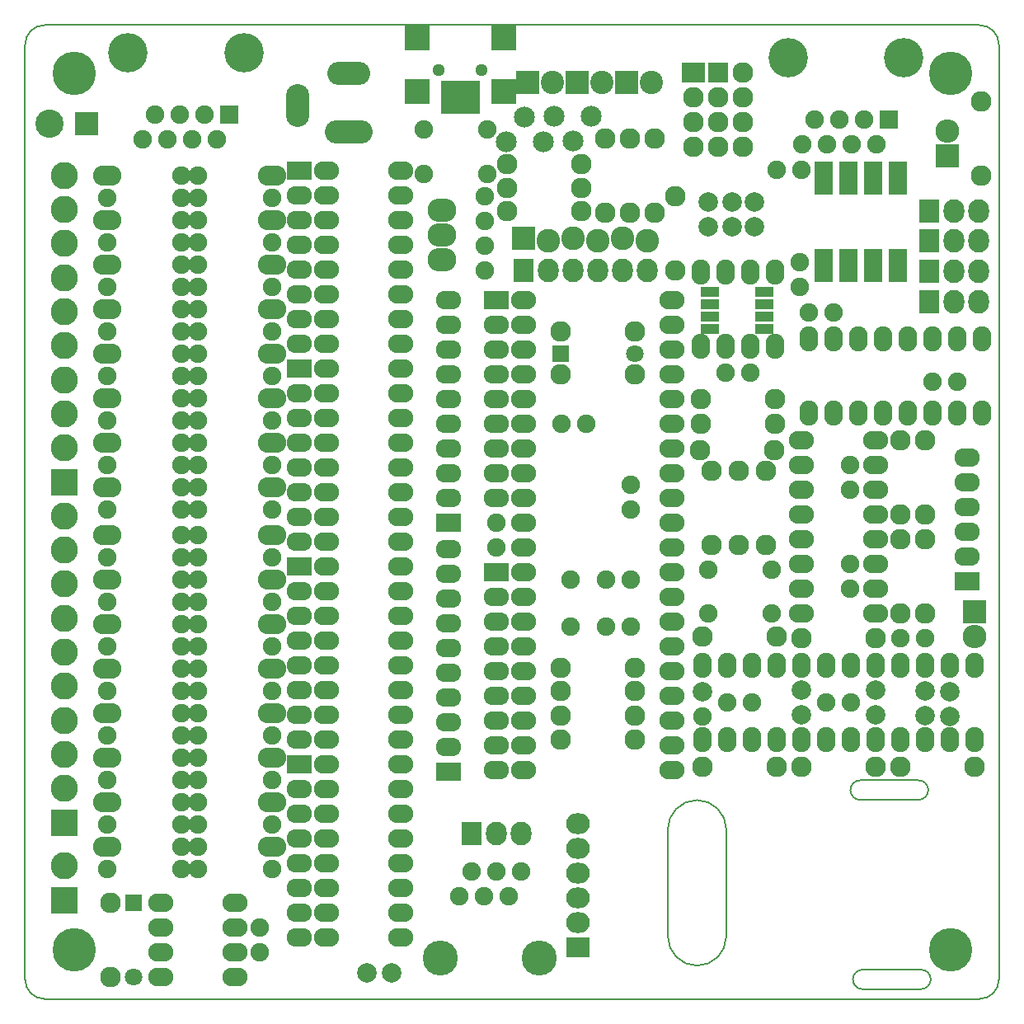
<source format=gbr>
G04 #@! TF.FileFunction,Soldermask,Top*
%FSLAX46Y46*%
G04 Gerber Fmt 4.6, Leading zero omitted, Abs format (unit mm)*
G04 Created by KiCad (PCBNEW 4.0.2-4+6225~38~ubuntu14.04.1-stable) date Wed 24 Feb 2016 12:06:11 PM CET*
%MOMM*%
G01*
G04 APERTURE LIST*
%ADD10C,0.100000*%
%ADD11C,0.150000*%
%ADD12O,2.940000X2.432000*%
%ADD13R,1.900000X0.999440*%
%ADD14R,2.400000X2.400000*%
%ADD15C,2.400000*%
%ADD16C,1.901140*%
%ADD17R,2.432000X2.432000*%
%ADD18C,2.432000*%
%ADD19C,4.049980*%
%ADD20R,1.901140X1.901140*%
%ADD21O,2.432000X2.432000*%
%ADD22R,2.432000X2.127200*%
%ADD23C,2.127200*%
%ADD24O,2.127200X2.127200*%
%ADD25R,2.127200X2.127200*%
%ADD26C,2.000000*%
%ADD27C,1.900000*%
%ADD28O,2.432000X2.127200*%
%ADD29R,1.797000X1.797000*%
%ADD30C,1.797000*%
%ADD31C,4.464000*%
%ADD32O,1.901140X2.599640*%
%ADD33O,2.599640X1.901140*%
%ADD34R,2.127200X2.432000*%
%ADD35O,2.127200X2.432000*%
%ADD36C,2.800000*%
%ADD37R,2.800000X2.800000*%
%ADD38R,2.599640X1.924000*%
%ADD39O,2.599640X1.924000*%
%ADD40R,2.597100X1.924000*%
%ADD41O,2.597100X1.924000*%
%ADD42O,2.900000X2.100000*%
%ADD43C,2.900000*%
%ADD44R,2.400000X2.398980*%
%ADD45R,2.597100X2.597100*%
%ADD46R,0.897840X3.400000*%
%ADD47C,1.299160*%
%ADD48C,3.600400*%
%ADD49R,1.900000X3.400000*%
%ADD50O,2.398980X4.400500*%
%ADD51O,4.400500X2.398980*%
%ADD52O,4.900880X2.398980*%
%ADD53C,2.150060*%
G04 APERTURE END LIST*
D10*
D11*
X156104000Y-132128000D02*
G75*
G03X155104000Y-133128000I0J-1000000D01*
G01*
X155104000Y-133128000D02*
G75*
G03X156104000Y-134128000I1000000J0D01*
G01*
X163104000Y-133128000D02*
G75*
G03X162104000Y-132128000I-1000000J0D01*
G01*
X162104000Y-134128000D02*
G75*
G03X163104000Y-133128000I0J1000000D01*
G01*
X162104000Y-134128000D02*
X156104000Y-134128000D01*
X156104000Y-132128000D02*
X162104000Y-132128000D01*
X155850000Y-112683000D02*
X161850000Y-112683000D01*
X161850000Y-114683000D02*
X155850000Y-114683000D01*
X161850000Y-114683000D02*
G75*
G03X162850000Y-113683000I0J1000000D01*
G01*
X162850000Y-113683000D02*
G75*
G03X161850000Y-112683000I-1000000J0D01*
G01*
X154850000Y-113683000D02*
G75*
G03X155850000Y-114683000I1000000J0D01*
G01*
X155850000Y-112683000D02*
G75*
G03X154850000Y-113683000I0J-1000000D01*
G01*
X136104000Y-117715000D02*
X136104000Y-128715000D01*
X142104000Y-117715000D02*
X142104000Y-128715000D01*
X139104000Y-131715000D02*
G75*
G03X142104000Y-128715000I0J3000000D01*
G01*
X136104000Y-128715000D02*
G75*
G03X139104000Y-131715000I3000000J0D01*
G01*
X142104000Y-117715000D02*
G75*
G03X139104000Y-114715000I-3000000J0D01*
G01*
X139104000Y-114715000D02*
G75*
G03X136104000Y-117715000I0J-3000000D01*
G01*
X70104000Y-37128000D02*
X70104000Y-133128000D01*
X168104000Y-35128000D02*
X72104000Y-35128000D01*
X170104000Y-133128000D02*
X170104000Y-37128000D01*
X72104000Y-135128000D02*
X168104000Y-135128000D01*
X72104000Y-35128000D02*
G75*
G03X70104000Y-37128000I0J-2000000D01*
G01*
X170104000Y-37128000D02*
G75*
G03X168104000Y-35128000I-2000000J0D01*
G01*
X168104000Y-135128000D02*
G75*
G03X170104000Y-133128000I0J2000000D01*
G01*
X70104000Y-133128000D02*
G75*
G03X72104000Y-135128000I2000000J0D01*
G01*
D12*
X112903000Y-56642000D03*
X112903000Y-59182000D03*
X112903000Y-54102000D03*
D13*
X140462000Y-62484000D03*
X140462000Y-63754000D03*
X140462000Y-65024000D03*
X140462000Y-66294000D03*
X146050000Y-66294000D03*
X146050000Y-65024000D03*
X146050000Y-63754000D03*
X146050000Y-62484000D03*
D14*
X131876800Y-41046400D03*
D15*
X134416800Y-41046400D03*
D16*
X127698500Y-76073000D03*
X125158500Y-76073000D03*
D17*
X121285000Y-57048400D03*
D18*
X123825000Y-57251600D03*
X126365000Y-57048400D03*
X128905000Y-57251600D03*
X131445000Y-57048400D03*
X133985000Y-57251600D03*
D16*
X126111000Y-92047060D03*
X126111000Y-96928940D03*
D14*
X126796800Y-41046400D03*
D15*
X129336800Y-41046400D03*
D14*
X121716800Y-41046400D03*
D15*
X124256800Y-41046400D03*
D19*
X80675480Y-37973000D03*
X92544900Y-37973000D03*
D20*
X91059000Y-44323000D03*
D16*
X89789000Y-46863000D03*
X88519000Y-44323000D03*
X87249000Y-46863000D03*
X85979000Y-44323000D03*
X84709000Y-46863000D03*
X83439000Y-44323000D03*
X82169000Y-46863000D03*
D19*
X148442680Y-38455600D03*
X160312100Y-38455600D03*
D20*
X158826200Y-44805600D03*
D16*
X157556200Y-47345600D03*
X156286200Y-44805600D03*
X155016200Y-47345600D03*
X153746200Y-44805600D03*
X152476200Y-47345600D03*
X151206200Y-44805600D03*
X149936200Y-47345600D03*
D17*
X167640000Y-95377000D03*
D21*
X167640000Y-97917000D03*
D22*
X138734800Y-40030400D03*
D23*
X138734800Y-42570400D03*
D24*
X138734800Y-45110400D03*
X138734800Y-47650400D03*
D25*
X141274800Y-40030400D03*
D24*
X143814800Y-40030400D03*
X141274800Y-42570400D03*
X143814800Y-42570400D03*
X141274800Y-45110400D03*
X143814800Y-45110400D03*
X141274800Y-47650400D03*
X143814800Y-47650400D03*
D26*
X162560000Y-103530400D03*
X162560000Y-106070400D03*
X139674600Y-103581200D03*
D27*
X139674600Y-106121200D03*
D26*
X165100000Y-103581200D03*
X165100000Y-106121200D03*
X149860000Y-103378000D03*
X149860000Y-105918000D03*
X157480000Y-103378000D03*
X157480000Y-105918000D03*
D22*
X126873000Y-129794000D03*
D28*
X126873000Y-127254000D03*
X126873000Y-124714000D03*
X126873000Y-122174000D03*
X126873000Y-119634000D03*
X126873000Y-117094000D03*
D29*
X125095000Y-68834000D03*
D30*
X132715000Y-68834000D03*
D23*
X157480000Y-98044000D03*
X149860000Y-98044000D03*
X139700000Y-111252000D03*
X147320000Y-111252000D03*
X167640000Y-111252000D03*
X160020000Y-111252000D03*
X149860000Y-111252000D03*
X157480000Y-111252000D03*
X147129500Y-76073000D03*
X139509500Y-76073000D03*
X136842500Y-52705000D03*
X136842500Y-60325000D03*
X127254000Y-49403000D03*
X119634000Y-49403000D03*
X146177000Y-88519000D03*
X146177000Y-80899000D03*
X125095000Y-103505000D03*
X132715000Y-103505000D03*
X162560000Y-85344000D03*
X162560000Y-77724000D03*
X160020000Y-85344000D03*
X160020000Y-77724000D03*
X143383000Y-88519000D03*
X143383000Y-80899000D03*
X146989800Y-78740000D03*
X139369800Y-78740000D03*
X160020000Y-95504000D03*
X160020000Y-87884000D03*
X162560000Y-87884000D03*
X162560000Y-95504000D03*
X125095000Y-106045000D03*
X132715000Y-106045000D03*
X125095000Y-108458000D03*
X132715000Y-108458000D03*
X132715000Y-66548000D03*
X125095000Y-66548000D03*
X139509500Y-73533000D03*
X147129500Y-73533000D03*
D31*
X165104000Y-130128000D03*
X165104000Y-40128000D03*
X75104000Y-130128000D03*
X75104000Y-40128000D03*
D32*
X147320000Y-100838000D03*
X144780000Y-100838000D03*
X142240000Y-100838000D03*
X139700000Y-100838000D03*
X139700000Y-108458000D03*
X142240000Y-108458000D03*
X144780000Y-108458000D03*
X147320000Y-108458000D03*
X157480000Y-100838000D03*
X154940000Y-100838000D03*
X152400000Y-100838000D03*
X149860000Y-100838000D03*
X149860000Y-108458000D03*
X152400000Y-108458000D03*
X154940000Y-108458000D03*
X157480000Y-108458000D03*
X160020000Y-108458000D03*
X162560000Y-108458000D03*
X165100000Y-108458000D03*
X167640000Y-108458000D03*
X167640000Y-100838000D03*
X165100000Y-100838000D03*
X162560000Y-100838000D03*
X160020000Y-100838000D03*
D33*
X121285000Y-63373000D03*
X121285000Y-65913000D03*
X121285000Y-68453000D03*
X121285000Y-70993000D03*
X121285000Y-73533000D03*
X121285000Y-76073000D03*
X121285000Y-78613000D03*
X121285000Y-81153000D03*
X121285000Y-83693000D03*
X121285000Y-86233000D03*
X121285000Y-88773000D03*
X121285000Y-91313000D03*
X121285000Y-93853000D03*
X121285000Y-96393000D03*
X121285000Y-98933000D03*
X121285000Y-101473000D03*
X121285000Y-104013000D03*
X121285000Y-106553000D03*
X121285000Y-109093000D03*
X121285000Y-111633000D03*
X136525000Y-111633000D03*
X136525000Y-109093000D03*
X136525000Y-106553000D03*
X136525000Y-104013000D03*
X136525000Y-101473000D03*
X136525000Y-98933000D03*
X136525000Y-96393000D03*
X136525000Y-93853000D03*
X136525000Y-91313000D03*
X136525000Y-88773000D03*
X136525000Y-86233000D03*
X136525000Y-83693000D03*
X136525000Y-81153000D03*
X136525000Y-78613000D03*
X136525000Y-76073000D03*
X136525000Y-73533000D03*
X136525000Y-70993000D03*
X136525000Y-68453000D03*
X136525000Y-65913000D03*
X136525000Y-63373000D03*
X101092000Y-50038000D03*
X101092000Y-52578000D03*
X101092000Y-55118000D03*
X101092000Y-57658000D03*
X101092000Y-60198000D03*
X101092000Y-62738000D03*
X101092000Y-65278000D03*
X101092000Y-67818000D03*
X108712000Y-67818000D03*
X108712000Y-65278000D03*
X108712000Y-62738000D03*
X108712000Y-60198000D03*
X108712000Y-57658000D03*
X108712000Y-55118000D03*
X108712000Y-52578000D03*
X108712000Y-50038000D03*
X101092000Y-110998000D03*
X101092000Y-113538000D03*
X101092000Y-116078000D03*
X101092000Y-118618000D03*
X101092000Y-121158000D03*
X101092000Y-123698000D03*
X101092000Y-126238000D03*
X101092000Y-128778000D03*
X108712000Y-128778000D03*
X108712000Y-126238000D03*
X108712000Y-123698000D03*
X108712000Y-121158000D03*
X108712000Y-118618000D03*
X108712000Y-116078000D03*
X108712000Y-113538000D03*
X108712000Y-110998000D03*
X101092000Y-90678000D03*
X101092000Y-93218000D03*
X101092000Y-95758000D03*
X101092000Y-98298000D03*
X101092000Y-100838000D03*
X101092000Y-103378000D03*
X101092000Y-105918000D03*
X101092000Y-108458000D03*
X108712000Y-108458000D03*
X108712000Y-105918000D03*
X108712000Y-103378000D03*
X108712000Y-100838000D03*
X108712000Y-98298000D03*
X108712000Y-95758000D03*
X108712000Y-93218000D03*
X108712000Y-90678000D03*
D34*
X162966400Y-54229000D03*
D35*
X165506400Y-54229000D03*
X168046400Y-54229000D03*
D34*
X162915600Y-57302400D03*
D35*
X165455600Y-57302400D03*
X167995600Y-57302400D03*
D34*
X162915600Y-60401200D03*
D35*
X165455600Y-60401200D03*
X167995600Y-60401200D03*
D34*
X162915600Y-63525400D03*
D35*
X165455600Y-63525400D03*
X167995600Y-63525400D03*
D33*
X149860000Y-77724000D03*
X149860000Y-80264000D03*
X149860000Y-82804000D03*
X149860000Y-85344000D03*
X157480000Y-85344000D03*
X157480000Y-82804000D03*
X157480000Y-80264000D03*
X157480000Y-77724000D03*
D32*
X150622000Y-74930000D03*
X153162000Y-74930000D03*
X155702000Y-74930000D03*
X158242000Y-74930000D03*
X158242000Y-67310000D03*
X155702000Y-67310000D03*
X153162000Y-67310000D03*
X150622000Y-67310000D03*
D33*
X149860000Y-87884000D03*
X149860000Y-90424000D03*
X149860000Y-92964000D03*
X149860000Y-95504000D03*
X157480000Y-95504000D03*
X157480000Y-92964000D03*
X157480000Y-90424000D03*
X157480000Y-87884000D03*
D32*
X168402000Y-67373500D03*
X165862000Y-67373500D03*
X163322000Y-67373500D03*
X160782000Y-67373500D03*
X160782000Y-74993500D03*
X163322000Y-74993500D03*
X165862000Y-74993500D03*
X168402000Y-74993500D03*
X139509500Y-68135500D03*
X142049500Y-68135500D03*
X144589500Y-68135500D03*
X147129500Y-68135500D03*
X147129500Y-60515500D03*
X144589500Y-60515500D03*
X142049500Y-60515500D03*
X139509500Y-60515500D03*
D23*
X132207000Y-54356000D03*
X132207000Y-46736000D03*
X134747000Y-54356000D03*
X134747000Y-46736000D03*
X119634000Y-54229000D03*
X127254000Y-54229000D03*
X147320000Y-97917000D03*
X139700000Y-97917000D03*
X125095000Y-70993000D03*
X132715000Y-70993000D03*
X119634000Y-51816000D03*
X127254000Y-51816000D03*
X140589000Y-88519000D03*
X140589000Y-80899000D03*
D34*
X121285000Y-60325000D03*
D35*
X123825000Y-60325000D03*
X126365000Y-60325000D03*
X128905000Y-60325000D03*
X131445000Y-60325000D03*
X133985000Y-60325000D03*
D29*
X81280000Y-125222000D03*
D30*
X81280000Y-132842000D03*
D33*
X84074000Y-125222000D03*
X84074000Y-127762000D03*
X84074000Y-130302000D03*
X84074000Y-132842000D03*
X91694000Y-132842000D03*
X91694000Y-130302000D03*
X91694000Y-127762000D03*
X91694000Y-125222000D03*
D23*
X78867000Y-125222000D03*
X78867000Y-132842000D03*
X125095000Y-101092000D03*
X132715000Y-101092000D03*
D17*
X164846000Y-48514000D03*
D21*
X164846000Y-45974000D03*
D23*
X168249600Y-50596800D03*
X168249600Y-42976800D03*
D36*
X74168000Y-121468000D03*
D37*
X74168000Y-124968000D03*
D38*
X118491000Y-63373000D03*
D39*
X118491000Y-65913000D03*
X118491000Y-68453000D03*
X118491000Y-70993000D03*
X118491000Y-73533000D03*
X118491000Y-76073000D03*
X118491000Y-78613000D03*
X118491000Y-81153000D03*
X118491000Y-83693000D03*
D38*
X118491000Y-91313000D03*
D39*
X118491000Y-93853000D03*
X118491000Y-96393000D03*
X118491000Y-98933000D03*
X118491000Y-101473000D03*
X118491000Y-104013000D03*
X118491000Y-106553000D03*
X118491000Y-109093000D03*
X118491000Y-111633000D03*
D36*
X74106000Y-110032500D03*
X74106000Y-113532500D03*
X74106000Y-106532500D03*
X74106000Y-103032500D03*
X74106000Y-99532500D03*
X74106000Y-96032500D03*
D37*
X74106000Y-117032500D03*
D36*
X74106000Y-92532500D03*
X74106000Y-89032500D03*
X74106000Y-85532500D03*
X74106000Y-75044000D03*
X74106000Y-78544000D03*
X74106000Y-71544000D03*
X74106000Y-68044000D03*
X74106000Y-64544000D03*
X74106000Y-61044000D03*
D37*
X74106000Y-82044000D03*
D36*
X74106000Y-57544000D03*
X74106000Y-54044000D03*
X74106000Y-50544000D03*
D16*
X150622000Y-64643000D03*
X153162000Y-64643000D03*
X160020000Y-98044000D03*
X162560000Y-98044000D03*
X154940000Y-104648000D03*
X152400000Y-104648000D03*
X144780000Y-104648000D03*
X142240000Y-104648000D03*
X94234000Y-127762000D03*
X94234000Y-130302000D03*
X118491000Y-88773000D03*
X118491000Y-86233000D03*
D23*
X129667000Y-54356000D03*
X129667000Y-46736000D03*
D16*
X117348000Y-52705000D03*
X117348000Y-55245000D03*
X117348000Y-60325000D03*
X117348000Y-57785000D03*
X129794000Y-92075000D03*
X132334000Y-92075000D03*
X129794000Y-96901000D03*
X132334000Y-96901000D03*
X132334000Y-82296000D03*
X132334000Y-84836000D03*
X165862000Y-71755000D03*
X163322000Y-71755000D03*
X154813000Y-80264000D03*
X154813000Y-82804000D03*
X154813000Y-90424000D03*
X154813000Y-92964000D03*
D40*
X98298000Y-50038000D03*
D41*
X98298000Y-52578000D03*
X98298000Y-55118000D03*
X98298000Y-57658000D03*
X98298000Y-60198000D03*
X98298000Y-62738000D03*
X98298000Y-65278000D03*
X98298000Y-67818000D03*
D40*
X98298000Y-70358000D03*
D41*
X98298000Y-72898000D03*
X98298000Y-75438000D03*
X98298000Y-77978000D03*
X98298000Y-80518000D03*
X98298000Y-83058000D03*
X98298000Y-85598000D03*
X98298000Y-88138000D03*
D40*
X98298000Y-90678000D03*
D41*
X98298000Y-93218000D03*
X98298000Y-95758000D03*
X98298000Y-98298000D03*
X98298000Y-100838000D03*
X98298000Y-103378000D03*
X98298000Y-105918000D03*
X98298000Y-108458000D03*
D40*
X98298000Y-110998000D03*
D41*
X98298000Y-113538000D03*
X98298000Y-116078000D03*
X98298000Y-118618000D03*
X98298000Y-121158000D03*
X98298000Y-123698000D03*
X98298000Y-126238000D03*
X98298000Y-128778000D03*
X113588800Y-65913000D03*
X113588800Y-68453000D03*
X113588800Y-70993000D03*
X113588800Y-76073000D03*
X113588800Y-78613000D03*
X113588800Y-81153000D03*
X113588800Y-63373000D03*
X113588800Y-73533000D03*
D40*
X113588800Y-86233000D03*
D41*
X113588800Y-83693000D03*
X113588800Y-91440000D03*
X113588800Y-93980000D03*
X113588800Y-96520000D03*
X113588800Y-101600000D03*
X113588800Y-104140000D03*
X113588800Y-106680000D03*
X113588800Y-88900000D03*
X113588800Y-99060000D03*
D40*
X113588800Y-111760000D03*
D41*
X113588800Y-109220000D03*
X166801800Y-84582000D03*
X166801800Y-87122000D03*
X166801800Y-79502000D03*
X166801800Y-82042000D03*
D40*
X166801800Y-92202000D03*
D41*
X166801800Y-89662000D03*
D27*
X146786600Y-91069160D03*
X140284200Y-95570040D03*
X146786600Y-95570040D03*
X140284200Y-91069160D03*
X117551200Y-45882560D03*
X111048800Y-50383440D03*
X117551200Y-50383440D03*
X111048800Y-45882560D03*
D33*
X101092000Y-70358000D03*
X101092000Y-72898000D03*
X101092000Y-75438000D03*
X101092000Y-77978000D03*
X101092000Y-80518000D03*
X101092000Y-83058000D03*
X101092000Y-85598000D03*
X101092000Y-88138000D03*
X108712000Y-88138000D03*
X108712000Y-85598000D03*
X108712000Y-83058000D03*
X108712000Y-80518000D03*
X108712000Y-77978000D03*
X108712000Y-75438000D03*
X108712000Y-72898000D03*
X108712000Y-70358000D03*
D27*
X86156800Y-50546000D03*
D42*
X78536800Y-50546000D03*
X95504000Y-50546000D03*
D27*
X87884000Y-50546000D03*
X78536800Y-52832000D03*
X86156800Y-52832000D03*
X87884000Y-52832000D03*
X95504000Y-52832000D03*
X86156800Y-55118000D03*
D42*
X78536800Y-55118000D03*
X95504000Y-55118000D03*
D27*
X87884000Y-55118000D03*
X78536800Y-57404000D03*
X86156800Y-57404000D03*
X87884000Y-57404000D03*
X95504000Y-57404000D03*
X86156800Y-59690000D03*
D42*
X78536800Y-59690000D03*
X95504000Y-59690000D03*
D27*
X87884000Y-59690000D03*
X78536800Y-61976000D03*
X86156800Y-61976000D03*
X87884000Y-61976000D03*
X95504000Y-61976000D03*
X86156800Y-64262000D03*
D42*
X78536800Y-64262000D03*
X95504000Y-64262000D03*
D27*
X87884000Y-64262000D03*
X78536800Y-66548000D03*
X86156800Y-66548000D03*
X87884000Y-66548000D03*
X95504000Y-66548000D03*
X86156800Y-68834000D03*
D42*
X78536800Y-68834000D03*
X95504000Y-68834000D03*
D27*
X87884000Y-68834000D03*
X78536800Y-71120000D03*
X86156800Y-71120000D03*
X87884000Y-71120000D03*
X95504000Y-71120000D03*
X86156800Y-73406000D03*
D42*
X78536800Y-73406000D03*
X95504000Y-73406000D03*
D27*
X87884000Y-73406000D03*
X78536800Y-75692000D03*
X86156800Y-75692000D03*
X87884000Y-75692000D03*
X95504000Y-75692000D03*
X86131400Y-77978000D03*
D42*
X78511400Y-77978000D03*
X95504000Y-77978000D03*
D27*
X87884000Y-77978000D03*
X78536800Y-80264000D03*
X86156800Y-80264000D03*
X87884000Y-80264000D03*
X95504000Y-80264000D03*
X86156800Y-82550000D03*
D42*
X78536800Y-82550000D03*
X95504000Y-82550000D03*
D27*
X87884000Y-82550000D03*
X78536800Y-84836000D03*
X86156800Y-84836000D03*
X87884000Y-84836000D03*
X95504000Y-84836000D03*
X86156800Y-87503000D03*
D42*
X78536800Y-87503000D03*
X95504000Y-87503000D03*
D27*
X87884000Y-87503000D03*
X78536800Y-89789000D03*
X86156800Y-89789000D03*
X87884000Y-89789000D03*
X95504000Y-89789000D03*
X86156800Y-92075000D03*
D42*
X78536800Y-92075000D03*
X95504000Y-92075000D03*
D27*
X87884000Y-92075000D03*
X78536800Y-94361000D03*
X86156800Y-94361000D03*
X87884000Y-94361000D03*
X95504000Y-94361000D03*
X86156800Y-96647000D03*
D42*
X78536800Y-96647000D03*
X95504000Y-96647000D03*
D27*
X87884000Y-96647000D03*
X78536800Y-98933000D03*
X86156800Y-98933000D03*
X86156800Y-101219000D03*
D42*
X78536800Y-101219000D03*
X95504000Y-101219000D03*
D27*
X87884000Y-101219000D03*
X78536800Y-103505000D03*
X86156800Y-103505000D03*
X87884000Y-103505000D03*
X95504000Y-103505000D03*
X86156800Y-105791000D03*
D42*
X78536800Y-105791000D03*
X95504000Y-105791000D03*
D27*
X87884000Y-105791000D03*
X78536800Y-108077000D03*
X86156800Y-108077000D03*
X87884000Y-108077000D03*
X95504000Y-108077000D03*
X86156800Y-110363000D03*
D42*
X78536800Y-110363000D03*
X95504000Y-110363000D03*
D27*
X87884000Y-110363000D03*
X78536800Y-112649000D03*
X86156800Y-112649000D03*
X87884000Y-112649000D03*
X95504000Y-112649000D03*
X86156800Y-114935000D03*
D42*
X78536800Y-114935000D03*
X95504000Y-114935000D03*
D27*
X87884000Y-114935000D03*
X78536800Y-117221000D03*
X86156800Y-117221000D03*
X87884000Y-117221000D03*
X95504000Y-117221000D03*
X86156800Y-119507000D03*
D42*
X78536800Y-119507000D03*
X95504000Y-119507000D03*
D27*
X87884000Y-119507000D03*
X78536800Y-121793000D03*
X86156800Y-121793000D03*
X87884000Y-121793000D03*
X95504000Y-121793000D03*
D43*
X72644000Y-45212000D03*
D44*
X76454000Y-45212000D03*
D45*
X110378240Y-41973500D03*
D46*
X116405660Y-42554000D03*
X115605560Y-42554000D03*
X114808000Y-42554000D03*
X114010440Y-42554000D03*
X113210340Y-42554000D03*
D47*
X117005100Y-39725600D03*
X112608360Y-39725600D03*
D45*
X119237760Y-41973500D03*
X119237760Y-36474400D03*
X110378240Y-36474400D03*
D26*
X105181400Y-132435600D03*
X107721400Y-132435600D03*
D27*
X87884000Y-98933000D03*
X95504000Y-98933000D03*
D48*
X112776000Y-130937000D03*
X122936000Y-130937000D03*
D16*
X121031000Y-122047000D03*
X119761000Y-124587000D03*
X118491000Y-122047000D03*
X117221000Y-124587000D03*
X115951000Y-122047000D03*
X114681000Y-124587000D03*
X149783800Y-49961800D03*
X147243800Y-49961800D03*
D49*
X152146000Y-59808500D03*
X154686000Y-59808500D03*
X157226000Y-59808500D03*
X159766000Y-59808500D03*
X159766000Y-50808500D03*
X157226000Y-50808500D03*
X154686000Y-50808500D03*
X152146000Y-50808500D03*
D26*
X140284200Y-55841900D03*
X140284200Y-53301900D03*
X142697200Y-55841900D03*
X142697200Y-53301900D03*
X144983200Y-55841900D03*
X144983200Y-53301900D03*
D50*
X98077020Y-43378120D03*
D51*
X103378000Y-40126920D03*
D52*
X103378000Y-46128940D03*
D53*
X123317000Y-47117000D03*
X121412000Y-44577000D03*
X119507000Y-47117000D03*
X124460000Y-44450000D03*
X126365000Y-46990000D03*
X128270000Y-44450000D03*
D16*
X149669500Y-59499500D03*
X149669500Y-62039500D03*
X144576800Y-70840600D03*
X142036800Y-70840600D03*
D34*
X115976400Y-118160800D03*
D35*
X118516400Y-118160800D03*
X121056400Y-118160800D03*
M02*

</source>
